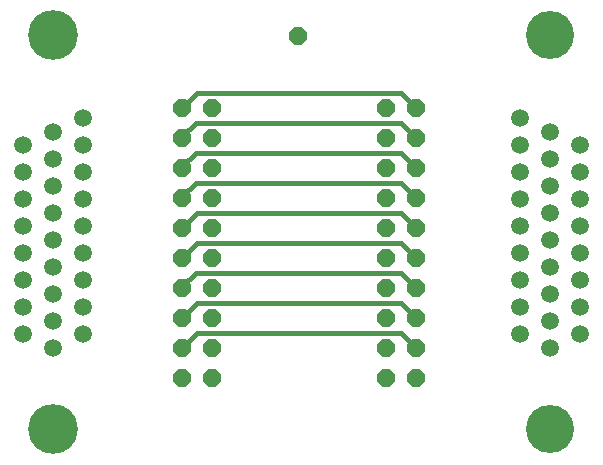
<source format=gbl>
G75*
%MOIN*%
%OFA0B0*%
%FSLAX24Y24*%
%IPPOS*%
%LPD*%
%AMOC8*
5,1,8,0,0,1.08239X$1,22.5*
%
%ADD10C,0.0594*%
%ADD11C,0.1660*%
%ADD12C,0.1601*%
%ADD13OC8,0.0600*%
%ADD14C,0.0160*%
D10*
X004660Y004094D03*
X005660Y004544D03*
X004660Y004995D03*
X005660Y005446D03*
X004660Y005897D03*
X005660Y006348D03*
X004660Y006798D03*
X005660Y007249D03*
X004660Y007700D03*
X005660Y008151D03*
X004660Y008602D03*
X005660Y009052D03*
X004660Y009503D03*
X005660Y009954D03*
X004660Y010405D03*
X005660Y010856D03*
X004660Y011306D03*
X005660Y011757D03*
X003660Y010856D03*
X003660Y009954D03*
X003660Y009052D03*
X003660Y008151D03*
X003660Y007249D03*
X003660Y006348D03*
X003660Y005446D03*
X003660Y004544D03*
X020210Y004544D03*
X021210Y004094D03*
X022210Y004544D03*
X021210Y004995D03*
X020210Y005446D03*
X021210Y005897D03*
X020210Y006348D03*
X021210Y006798D03*
X020210Y007249D03*
X021210Y007700D03*
X020210Y008151D03*
X021210Y008602D03*
X020210Y009052D03*
X021210Y009503D03*
X020210Y009954D03*
X021210Y010405D03*
X020210Y010856D03*
X021210Y011306D03*
X020210Y011757D03*
X022210Y010856D03*
X022210Y009954D03*
X022210Y009052D03*
X022210Y008151D03*
X022210Y007249D03*
X022210Y006348D03*
X022210Y005446D03*
D11*
X004660Y001391D03*
X004660Y014509D03*
D12*
X021210Y014509D03*
X021210Y001391D03*
D13*
X016760Y003100D03*
X015760Y003100D03*
X015760Y004100D03*
X016760Y004100D03*
X016760Y005100D03*
X015760Y005100D03*
X015760Y006100D03*
X016760Y006100D03*
X016760Y007100D03*
X015760Y007100D03*
X015760Y008100D03*
X016760Y008100D03*
X016760Y009100D03*
X015760Y009100D03*
X015760Y010100D03*
X016760Y010100D03*
X016760Y011100D03*
X015760Y011100D03*
X015760Y012100D03*
X016760Y012100D03*
X012810Y014500D03*
X009960Y012100D03*
X008960Y012100D03*
X008960Y011100D03*
X009960Y011100D03*
X009960Y010100D03*
X008960Y010100D03*
X008960Y009100D03*
X009960Y009100D03*
X009960Y008100D03*
X008960Y008100D03*
X008960Y007100D03*
X009960Y007100D03*
X009960Y006100D03*
X008960Y006100D03*
X008960Y005100D03*
X009960Y005100D03*
X009960Y004100D03*
X008960Y004100D03*
X008960Y003100D03*
X009960Y003100D03*
D14*
X008960Y004100D02*
X009460Y004600D01*
X016260Y004600D01*
X016760Y004100D01*
X016760Y005100D02*
X016260Y005600D01*
X009460Y005600D01*
X008960Y005100D01*
X008960Y006100D02*
X008960Y006150D01*
X009410Y006600D01*
X016260Y006600D01*
X016760Y006100D01*
X016760Y007100D02*
X016260Y007600D01*
X009460Y007600D01*
X008960Y007100D01*
X008960Y008100D02*
X009460Y008600D01*
X016260Y008600D01*
X016760Y008100D01*
X016760Y009100D02*
X016260Y009600D01*
X009410Y009600D01*
X008960Y009150D01*
X008960Y009100D01*
X008960Y010100D02*
X008960Y010150D01*
X009410Y010600D01*
X016260Y010600D01*
X016760Y010100D01*
X016760Y011100D02*
X016260Y011600D01*
X009410Y011600D01*
X008960Y011150D01*
X008960Y011100D01*
X008960Y012100D02*
X009460Y012600D01*
X016260Y012600D01*
X016760Y012100D01*
M02*

</source>
